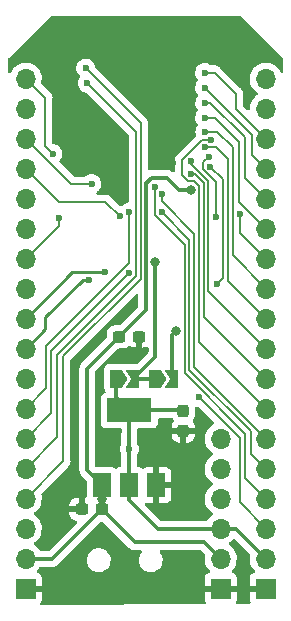
<source format=gbl>
G04 #@! TF.GenerationSoftware,KiCad,Pcbnew,(6.0.2)*
G04 #@! TF.CreationDate,2022-03-28T20:02:01+02:00*
G04 #@! TF.ProjectId,nRF52840,6e524635-3238-4343-902e-6b696361645f,rev?*
G04 #@! TF.SameCoordinates,Original*
G04 #@! TF.FileFunction,Copper,L2,Bot*
G04 #@! TF.FilePolarity,Positive*
%FSLAX46Y46*%
G04 Gerber Fmt 4.6, Leading zero omitted, Abs format (unit mm)*
G04 Created by KiCad (PCBNEW (6.0.2)) date 2022-03-28 20:02:01*
%MOMM*%
%LPD*%
G01*
G04 APERTURE LIST*
G04 Aperture macros list*
%AMRoundRect*
0 Rectangle with rounded corners*
0 $1 Rounding radius*
0 $2 $3 $4 $5 $6 $7 $8 $9 X,Y pos of 4 corners*
0 Add a 4 corners polygon primitive as box body*
4,1,4,$2,$3,$4,$5,$6,$7,$8,$9,$2,$3,0*
0 Add four circle primitives for the rounded corners*
1,1,$1+$1,$2,$3*
1,1,$1+$1,$4,$5*
1,1,$1+$1,$6,$7*
1,1,$1+$1,$8,$9*
0 Add four rect primitives between the rounded corners*
20,1,$1+$1,$2,$3,$4,$5,0*
20,1,$1+$1,$4,$5,$6,$7,0*
20,1,$1+$1,$6,$7,$8,$9,0*
20,1,$1+$1,$8,$9,$2,$3,0*%
%AMFreePoly0*
4,1,6,1.000000,0.000000,0.500000,-0.750000,-0.500000,-0.750000,-0.500000,0.750000,0.500000,0.750000,1.000000,0.000000,1.000000,0.000000,$1*%
%AMFreePoly1*
4,1,6,0.500000,-0.750000,-0.650000,-0.750000,-0.150000,0.000000,-0.650000,0.750000,0.500000,0.750000,0.500000,-0.750000,0.500000,-0.750000,$1*%
G04 Aperture macros list end*
G04 #@! TA.AperFunction,ComponentPad*
%ADD10R,1.700000X1.700000*%
G04 #@! TD*
G04 #@! TA.AperFunction,ComponentPad*
%ADD11O,1.700000X1.700000*%
G04 #@! TD*
G04 #@! TA.AperFunction,SMDPad,CuDef*
%ADD12FreePoly0,0.000000*%
G04 #@! TD*
G04 #@! TA.AperFunction,SMDPad,CuDef*
%ADD13FreePoly1,0.000000*%
G04 #@! TD*
G04 #@! TA.AperFunction,SMDPad,CuDef*
%ADD14RoundRect,0.237500X0.300000X0.237500X-0.300000X0.237500X-0.300000X-0.237500X0.300000X-0.237500X0*%
G04 #@! TD*
G04 #@! TA.AperFunction,SMDPad,CuDef*
%ADD15RoundRect,0.237500X-0.237500X0.300000X-0.237500X-0.300000X0.237500X-0.300000X0.237500X0.300000X0*%
G04 #@! TD*
G04 #@! TA.AperFunction,SMDPad,CuDef*
%ADD16R,1.500000X2.000000*%
G04 #@! TD*
G04 #@! TA.AperFunction,SMDPad,CuDef*
%ADD17R,3.800000X2.000000*%
G04 #@! TD*
G04 #@! TA.AperFunction,SMDPad,CuDef*
%ADD18RoundRect,0.237500X-0.300000X-0.237500X0.300000X-0.237500X0.300000X0.237500X-0.300000X0.237500X0*%
G04 #@! TD*
G04 #@! TA.AperFunction,ViaPad*
%ADD19C,0.600000*%
G04 #@! TD*
G04 #@! TA.AperFunction,ViaPad*
%ADD20C,0.800000*%
G04 #@! TD*
G04 #@! TA.AperFunction,Conductor*
%ADD21C,0.200000*%
G04 #@! TD*
G04 #@! TA.AperFunction,Conductor*
%ADD22C,0.300000*%
G04 #@! TD*
G04 #@! TA.AperFunction,Conductor*
%ADD23C,0.350000*%
G04 #@! TD*
G04 #@! TA.AperFunction,Conductor*
%ADD24C,0.250000*%
G04 #@! TD*
G04 APERTURE END LIST*
D10*
X152400000Y-114808000D03*
D11*
X152400000Y-112268000D03*
X152400000Y-109728000D03*
X152400000Y-107188000D03*
X152400000Y-104648000D03*
X152400000Y-102108000D03*
D10*
X156210000Y-114808000D03*
D11*
X156210000Y-112268000D03*
X156210000Y-109728000D03*
X156210000Y-107188000D03*
X156210000Y-104648000D03*
X156210000Y-102108000D03*
X156210000Y-99568000D03*
X156210000Y-97028000D03*
X156210000Y-94488000D03*
X156210000Y-91948000D03*
X156210000Y-89408000D03*
X156210000Y-86868000D03*
X156210000Y-84328000D03*
X156210000Y-81788000D03*
X156210000Y-79248000D03*
X156210000Y-76708000D03*
X156210000Y-74168000D03*
X156210000Y-71628000D03*
D12*
X146849000Y-97028000D03*
D13*
X148299000Y-97028000D03*
D14*
X142340500Y-108077000D03*
X140615500Y-108077000D03*
D12*
X143547000Y-97028000D03*
D13*
X144997000Y-97028000D03*
D15*
X149225000Y-99721500D03*
X149225000Y-101446500D03*
D10*
X135890000Y-114808000D03*
D11*
X135890000Y-112268000D03*
X135890000Y-109728000D03*
X135890000Y-107188000D03*
X135890000Y-104648000D03*
X135890000Y-102108000D03*
X135890000Y-99568000D03*
X135890000Y-97028000D03*
X135890000Y-94488000D03*
X135890000Y-91948000D03*
X135890000Y-89408000D03*
X135890000Y-86868000D03*
X135890000Y-84328000D03*
X135890000Y-81788000D03*
X135890000Y-79248000D03*
X135890000Y-76708000D03*
X135890000Y-74168000D03*
X135890000Y-71628000D03*
D16*
X146953000Y-106020000D03*
X144653000Y-106020000D03*
D17*
X144653000Y-99720000D03*
D16*
X142353000Y-106020000D03*
D18*
X143790500Y-93472000D03*
X145515500Y-93472000D03*
D19*
X148336000Y-78740000D03*
X147828000Y-79121000D03*
D20*
X149860000Y-81026000D03*
X142367000Y-107188000D03*
D19*
X141224000Y-75057000D03*
X143764000Y-70231000D03*
X145288000Y-70231000D03*
X142875000Y-104140000D03*
X148844000Y-70231000D03*
X139446000Y-108102400D03*
X147370800Y-108077000D03*
X150876000Y-102743000D03*
X143764000Y-101473000D03*
X142240000Y-70231000D03*
X138049000Y-115697000D03*
X150495000Y-114681000D03*
X146050000Y-94615000D03*
X142240000Y-96901000D03*
X146558000Y-104267000D03*
X147955000Y-101473000D03*
X145034000Y-90551000D03*
X145034000Y-94615000D03*
X138049000Y-114808000D03*
X141224000Y-75819000D03*
X147066000Y-70231000D03*
X147320000Y-104267000D03*
X150495000Y-115697000D03*
X144653000Y-102997000D03*
D20*
X148652500Y-92964000D03*
X146860667Y-87122000D03*
D19*
X142621000Y-88011000D03*
X141224000Y-88635500D03*
X151526139Y-79064683D03*
X152054500Y-89027000D03*
X151998941Y-83312000D03*
X151399502Y-78232000D03*
X143856290Y-83287500D03*
X144610089Y-88095089D03*
X150558508Y-98615492D03*
X138684000Y-83413600D03*
X138180299Y-77973701D03*
X146812000Y-80772000D03*
X141097000Y-72009000D03*
X140970000Y-70739000D03*
X151545386Y-76798036D03*
X153996991Y-83058000D03*
X144612616Y-82938498D03*
X141478000Y-80518000D03*
X147442922Y-82938791D03*
X147411500Y-81388498D03*
X149898164Y-79697374D03*
X149869061Y-78623569D03*
X151059609Y-77433036D03*
X151059609Y-76163036D03*
X151055194Y-74919670D03*
X151053013Y-73667936D03*
X151055194Y-72379670D03*
X151055194Y-71109670D03*
D21*
X138684000Y-84074000D02*
X138684000Y-83413600D01*
D22*
X146558000Y-80010000D02*
X147828000Y-80010000D01*
D23*
X151003000Y-110871000D02*
X145134500Y-110871000D01*
X142367000Y-106034000D02*
X142353000Y-106020000D01*
D22*
X148844000Y-81026000D02*
X149860000Y-81026000D01*
X141097000Y-104775000D02*
X141097000Y-97155000D01*
X141097000Y-97155000D02*
X141097000Y-96393000D01*
D23*
X145134500Y-110871000D02*
X142340500Y-108077000D01*
D22*
X146086167Y-80481833D02*
X146558000Y-80010000D01*
X141097000Y-96165500D02*
X142647500Y-94615000D01*
D23*
X142367000Y-107188000D02*
X142367000Y-108050500D01*
X152400000Y-112268000D02*
X151003000Y-110871000D01*
X138149500Y-112268000D02*
X135890000Y-112268000D01*
D22*
X147828000Y-80010000D02*
X148844000Y-81026000D01*
X142647500Y-94615000D02*
X146086167Y-91176333D01*
X142353000Y-106020000D02*
X142342000Y-106020000D01*
X141097000Y-97155000D02*
X141097000Y-96165500D01*
D23*
X142367000Y-107188000D02*
X142367000Y-106034000D01*
D22*
X146086167Y-91176333D02*
X146086167Y-80481833D01*
D23*
X142340500Y-108077000D02*
X138149500Y-112268000D01*
D22*
X142342000Y-106020000D02*
X141097000Y-104775000D01*
X149223500Y-99720000D02*
X149225000Y-99721500D01*
X144653000Y-99720000D02*
X143547000Y-98614000D01*
X144653000Y-106020000D02*
X144653000Y-107320000D01*
X144653000Y-102997000D02*
X144653000Y-99720000D01*
X153670000Y-109728000D02*
X152400000Y-109728000D01*
X143547000Y-98614000D02*
X143547000Y-97028000D01*
X144653000Y-99720000D02*
X149223500Y-99720000D01*
X144653000Y-106020000D02*
X144653000Y-102997000D01*
X144653000Y-107320000D02*
X147061000Y-109728000D01*
X156210000Y-112268000D02*
X153670000Y-109728000D01*
X147061000Y-109728000D02*
X152400000Y-109728000D01*
X148652500Y-92964000D02*
X148299000Y-93317500D01*
X148299000Y-93317500D02*
X148299000Y-97028000D01*
X146860667Y-87122000D02*
X146860667Y-95164333D01*
X144997000Y-97028000D02*
X146595000Y-97028000D01*
X146860667Y-95164333D02*
X144997000Y-97028000D01*
D24*
X142621000Y-88011000D02*
X139827000Y-88011000D01*
X139827000Y-88011000D02*
X135890000Y-91948000D01*
X137541000Y-91821000D02*
X137541000Y-92837000D01*
X140726500Y-88635500D02*
X137541000Y-91821000D01*
X141224000Y-88635500D02*
X140726500Y-88635500D01*
X137541000Y-92837000D02*
X135890000Y-94488000D01*
D21*
X152598441Y-88483059D02*
X152054500Y-89027000D01*
X152598441Y-88356059D02*
X152598441Y-80136985D01*
X152598441Y-88356059D02*
X152598441Y-88483059D01*
X152598441Y-80136985D02*
X151526139Y-79064683D01*
X150926628Y-78704874D02*
X150926628Y-79313010D01*
X151399502Y-78232000D02*
X150926628Y-78704874D01*
X150926628Y-79313010D02*
X151998941Y-80385323D01*
X151998941Y-80385323D02*
X151998941Y-83312000D01*
X138684000Y-82042000D02*
X135890000Y-79248000D01*
X143856290Y-83287500D02*
X142610790Y-82042000D01*
X142610790Y-82042000D02*
X138684000Y-82042000D01*
X144610089Y-88095089D02*
X138049000Y-94656178D01*
X138049000Y-94656178D02*
X138049000Y-99949000D01*
X138049000Y-99949000D02*
X135890000Y-102108000D01*
X156210000Y-109728000D02*
X153987500Y-107505500D01*
X153987500Y-102044484D02*
X153987500Y-102552500D01*
X153987500Y-107505500D02*
X153987500Y-106362500D01*
X153987500Y-106362500D02*
X153987500Y-102552500D01*
X150558508Y-98615492D02*
X153987500Y-102044484D01*
X138684000Y-84074000D02*
X135890000Y-86868000D01*
X138180299Y-77973701D02*
X137541000Y-77334402D01*
X137541000Y-77334402D02*
X137541000Y-73279000D01*
X137541000Y-73279000D02*
X135890000Y-71628000D01*
X149352000Y-96561162D02*
X149352000Y-85725000D01*
X146812000Y-83185000D02*
X146812000Y-80772000D01*
X154474919Y-105452919D02*
X154474919Y-101684081D01*
X149352000Y-85725000D02*
X146812000Y-83185000D01*
X154474919Y-101684081D02*
X149352000Y-96561162D01*
X156210000Y-107188000D02*
X154474919Y-105452919D01*
X141097000Y-72009000D02*
X145212127Y-76124127D01*
X145212127Y-88340873D02*
X138557000Y-94996000D01*
X138557000Y-101981000D02*
X135890000Y-104648000D01*
X138557000Y-94996000D02*
X138557000Y-101981000D01*
X145212127Y-76124127D02*
X145212127Y-88340873D01*
X135890000Y-107188000D02*
X139065000Y-104013000D01*
X139065000Y-95123000D02*
X145611647Y-88576353D01*
X145611647Y-88576353D02*
X145611647Y-75380647D01*
X145611647Y-75380647D02*
X140970000Y-70739000D01*
X139065000Y-104013000D02*
X139065000Y-95123000D01*
X149098000Y-79745048D02*
X149649837Y-80296885D01*
X150559511Y-80736252D02*
X150559511Y-93917511D01*
X151545386Y-76798036D02*
X150846771Y-76798036D01*
X150559511Y-93917511D02*
X156210000Y-99568000D01*
X150120144Y-80296885D02*
X150559511Y-80736252D01*
X149098000Y-78546808D02*
X149098000Y-79745048D01*
X150846771Y-76798036D02*
X149098000Y-78546808D01*
X149649837Y-80296885D02*
X150120144Y-80296885D01*
X153996980Y-84654980D02*
X156210000Y-86868000D01*
X153996991Y-83058000D02*
X153996991Y-84654969D01*
X153996991Y-84654969D02*
X153996980Y-84654980D01*
X137604500Y-94252840D02*
X137604500Y-97853500D01*
X137604500Y-97853500D02*
X135890000Y-99568000D01*
X144612616Y-82938498D02*
X144612616Y-87244724D01*
X144612616Y-87244724D02*
X137604500Y-94252840D01*
X141478000Y-80518000D02*
X139700000Y-80518000D01*
X139700000Y-80518000D02*
X135890000Y-76708000D01*
X147442922Y-82938791D02*
X149751520Y-85247390D01*
X149751519Y-96284519D02*
X154940000Y-101473000D01*
X154940000Y-103378000D02*
X156210000Y-104648000D01*
X154940000Y-101473000D02*
X154940000Y-103378000D01*
X149751519Y-85247390D02*
X149751520Y-96284519D01*
X156210000Y-102108000D02*
X150151039Y-96049039D01*
X150151039Y-96049039D02*
X150151039Y-84746039D01*
X150151039Y-84746039D02*
X147411500Y-82006500D01*
X147411500Y-82006500D02*
X147411500Y-81388498D01*
X150180980Y-79697374D02*
X150959031Y-80475425D01*
X149898164Y-79697374D02*
X150180980Y-79697374D01*
X150959031Y-91777031D02*
X150959031Y-80475425D01*
X156210000Y-97028000D02*
X150959031Y-91777031D01*
X149869061Y-78820449D02*
X151358551Y-80309939D01*
X156210000Y-94488000D02*
X151358551Y-89636551D01*
X151358551Y-89636551D02*
X151358551Y-80309939D01*
X149869061Y-78623569D02*
X149869061Y-78820449D01*
X151982036Y-77433036D02*
X151059609Y-77433036D01*
X152997961Y-78448961D02*
X151982036Y-77433036D01*
X156210000Y-91948000D02*
X152997961Y-88735961D01*
X152997961Y-88735961D02*
X152997961Y-78448961D01*
X152109036Y-76163036D02*
X153397480Y-77451480D01*
X153397480Y-86595480D02*
X156210000Y-89408000D01*
X151059609Y-76163036D02*
X152109036Y-76163036D01*
X153397480Y-77451480D02*
X153397480Y-86595480D01*
X153924000Y-76962000D02*
X151881670Y-74919670D01*
X156210000Y-84328000D02*
X153924000Y-82042000D01*
X153924000Y-82042000D02*
X153924000Y-76962000D01*
X151881670Y-74919670D02*
X151055194Y-74919670D01*
X151053013Y-73667936D02*
X151527550Y-73667936D01*
X154432000Y-76572386D02*
X154432000Y-80010000D01*
X154432000Y-80010000D02*
X156210000Y-81788000D01*
X151527550Y-73667936D02*
X154432000Y-76572386D01*
X151055194Y-72379670D02*
X155035489Y-76359965D01*
X155035489Y-76359965D02*
X155035489Y-78073489D01*
X155035489Y-78073489D02*
X156210000Y-79248000D01*
X151881670Y-71109670D02*
X153670000Y-72898000D01*
X153670000Y-72898000D02*
X153670000Y-74168000D01*
X153670000Y-74168000D02*
X156210000Y-76708000D01*
X151055194Y-71109670D02*
X151881670Y-71109670D01*
G04 #@! TA.AperFunction,Conductor*
G36*
X142384532Y-109103749D02*
G01*
X142429595Y-109132710D01*
X144631344Y-111334459D01*
X144637198Y-111340724D01*
X144673790Y-111382670D01*
X144724155Y-111418066D01*
X144729420Y-111421978D01*
X144777828Y-111459935D01*
X144784752Y-111463061D01*
X144789061Y-111465671D01*
X144798476Y-111471042D01*
X144802924Y-111473427D01*
X144809139Y-111477795D01*
X144816216Y-111480554D01*
X144866457Y-111500142D01*
X144872529Y-111502694D01*
X144928605Y-111528014D01*
X144936082Y-111529400D01*
X144940902Y-111530910D01*
X144951318Y-111533878D01*
X144956198Y-111535131D01*
X144963272Y-111537889D01*
X144970803Y-111538881D01*
X144970805Y-111538881D01*
X145024277Y-111545921D01*
X145030790Y-111546953D01*
X145083799Y-111556777D01*
X145083801Y-111556777D01*
X145091268Y-111558161D01*
X145098849Y-111557724D01*
X145098850Y-111557724D01*
X145151143Y-111554709D01*
X145158395Y-111554500D01*
X145590634Y-111554500D01*
X145658755Y-111574502D01*
X145705248Y-111628158D01*
X145715352Y-111698432D01*
X145687719Y-111760815D01*
X145635799Y-111823575D01*
X145635797Y-111823579D01*
X145631870Y-111828325D01*
X145537802Y-112002299D01*
X145479318Y-112191232D01*
X145478674Y-112197357D01*
X145478674Y-112197358D01*
X145464251Y-112334590D01*
X145458645Y-112387925D01*
X145476570Y-112584888D01*
X145532410Y-112774619D01*
X145535263Y-112780077D01*
X145535265Y-112780081D01*
X145574963Y-112856015D01*
X145624040Y-112949890D01*
X145747968Y-113104025D01*
X145752692Y-113107989D01*
X145759933Y-113114065D01*
X145899474Y-113231154D01*
X145904872Y-113234121D01*
X145904877Y-113234125D01*
X145997049Y-113284796D01*
X146072787Y-113326433D01*
X146078654Y-113328294D01*
X146078656Y-113328295D01*
X146255436Y-113384373D01*
X146261306Y-113386235D01*
X146415227Y-113403500D01*
X146521769Y-113403500D01*
X146524825Y-113403200D01*
X146524832Y-113403200D01*
X146583340Y-113397463D01*
X146668833Y-113389080D01*
X146674734Y-113387298D01*
X146674736Y-113387298D01*
X146784543Y-113354145D01*
X146858169Y-113331916D01*
X147032796Y-113239066D01*
X147145322Y-113147292D01*
X147181287Y-113117960D01*
X147181290Y-113117957D01*
X147186062Y-113114065D01*
X147219961Y-113073088D01*
X147308201Y-112966425D01*
X147308203Y-112966421D01*
X147312130Y-112961675D01*
X147406198Y-112787701D01*
X147464682Y-112598768D01*
X147485355Y-112402075D01*
X147477847Y-112319576D01*
X147467989Y-112211251D01*
X147467988Y-112211248D01*
X147467430Y-112205112D01*
X147411590Y-112015381D01*
X147401919Y-111996881D01*
X147322813Y-111845568D01*
X147319960Y-111840110D01*
X147255109Y-111759452D01*
X147228012Y-111693830D01*
X147240695Y-111623975D01*
X147289131Y-111572067D01*
X147353305Y-111554500D01*
X150667695Y-111554500D01*
X150735816Y-111574502D01*
X150756790Y-111591405D01*
X151034425Y-111869040D01*
X151068451Y-111931352D01*
X151066748Y-111991803D01*
X151060989Y-112012570D01*
X151037251Y-112234695D01*
X151037548Y-112239848D01*
X151037548Y-112239851D01*
X151043011Y-112334590D01*
X151050110Y-112457715D01*
X151051247Y-112462761D01*
X151051248Y-112462767D01*
X151071119Y-112550939D01*
X151099222Y-112675639D01*
X151141110Y-112778797D01*
X151176631Y-112866275D01*
X151183266Y-112882616D01*
X151299987Y-113073088D01*
X151446250Y-113241938D01*
X151450225Y-113245238D01*
X151450231Y-113245244D01*
X151455425Y-113249556D01*
X151495059Y-113308460D01*
X151496555Y-113379441D01*
X151459439Y-113439962D01*
X151419168Y-113464480D01*
X151311946Y-113504676D01*
X151296351Y-113513214D01*
X151194276Y-113589715D01*
X151181715Y-113602276D01*
X151105214Y-113704351D01*
X151096676Y-113719946D01*
X151051522Y-113840394D01*
X151047895Y-113855649D01*
X151042369Y-113906514D01*
X151042000Y-113913328D01*
X151042000Y-114535885D01*
X151046475Y-114551124D01*
X151047865Y-114552329D01*
X151055548Y-114554000D01*
X153739884Y-114554000D01*
X153755123Y-114549525D01*
X153756328Y-114548135D01*
X153757999Y-114540452D01*
X153757999Y-113913331D01*
X153757629Y-113906510D01*
X153752105Y-113855648D01*
X153748479Y-113840396D01*
X153703324Y-113719946D01*
X153694786Y-113704351D01*
X153618285Y-113602276D01*
X153605724Y-113589715D01*
X153503649Y-113513214D01*
X153488054Y-113504676D01*
X153377813Y-113463348D01*
X153321049Y-113420706D01*
X153296349Y-113354145D01*
X153311557Y-113284796D01*
X153333104Y-113256115D01*
X153434430Y-113155144D01*
X153434440Y-113155132D01*
X153438096Y-113151489D01*
X153497594Y-113068689D01*
X153565435Y-112974277D01*
X153568453Y-112970077D01*
X153577635Y-112951500D01*
X153665136Y-112774453D01*
X153665137Y-112774451D01*
X153667430Y-112769811D01*
X153721258Y-112592642D01*
X153730865Y-112561023D01*
X153730865Y-112561021D01*
X153732370Y-112556069D01*
X153761529Y-112334590D01*
X153763156Y-112268000D01*
X153744852Y-112045361D01*
X153690431Y-111828702D01*
X153601354Y-111623840D01*
X153538667Y-111526940D01*
X153482822Y-111440617D01*
X153482820Y-111440614D01*
X153480014Y-111436277D01*
X153329670Y-111271051D01*
X153325619Y-111267852D01*
X153325615Y-111267848D01*
X153158414Y-111135800D01*
X153158410Y-111135798D01*
X153154359Y-111132598D01*
X153113053Y-111109796D01*
X153063084Y-111059364D01*
X153048312Y-110989921D01*
X153073428Y-110923516D01*
X153100780Y-110896909D01*
X153144603Y-110865650D01*
X153279860Y-110769173D01*
X153347331Y-110701938D01*
X153438096Y-110611489D01*
X153439001Y-110612397D01*
X153493324Y-110576790D01*
X153564318Y-110576150D01*
X153619006Y-110608266D01*
X154852101Y-111841361D01*
X154886127Y-111903673D01*
X154884424Y-111964125D01*
X154870989Y-112012570D01*
X154847251Y-112234695D01*
X154847548Y-112239848D01*
X154847548Y-112239851D01*
X154853011Y-112334590D01*
X154860110Y-112457715D01*
X154861247Y-112462761D01*
X154861248Y-112462767D01*
X154881119Y-112550939D01*
X154909222Y-112675639D01*
X154951110Y-112778797D01*
X154986631Y-112866275D01*
X154993266Y-112882616D01*
X155109987Y-113073088D01*
X155256250Y-113241938D01*
X155260225Y-113245238D01*
X155260231Y-113245244D01*
X155265425Y-113249556D01*
X155305059Y-113308460D01*
X155306555Y-113379441D01*
X155269439Y-113439962D01*
X155229168Y-113464480D01*
X155121946Y-113504676D01*
X155106351Y-113513214D01*
X155004276Y-113589715D01*
X154991715Y-113602276D01*
X154915214Y-113704351D01*
X154906676Y-113719946D01*
X154861522Y-113840394D01*
X154857895Y-113855649D01*
X154852369Y-113906514D01*
X154852000Y-113913328D01*
X154852000Y-114535885D01*
X154856475Y-114551124D01*
X154857865Y-114552329D01*
X154865548Y-114554000D01*
X156338000Y-114554000D01*
X156406121Y-114574002D01*
X156452614Y-114627658D01*
X156464000Y-114680000D01*
X156464000Y-114936000D01*
X156443998Y-115004121D01*
X156390342Y-115050614D01*
X156338000Y-115062000D01*
X154870116Y-115062000D01*
X154854877Y-115066475D01*
X154853672Y-115067865D01*
X154852001Y-115075548D01*
X154852001Y-115702669D01*
X154852371Y-115709490D01*
X154857895Y-115760352D01*
X154861521Y-115775604D01*
X154906678Y-115896059D01*
X154912319Y-115906363D01*
X154927487Y-115975720D01*
X154902749Y-116042268D01*
X154845961Y-116084877D01*
X154802501Y-116092867D01*
X154047454Y-116097062D01*
X153805870Y-116098404D01*
X153737639Y-116078781D01*
X153690849Y-116025384D01*
X153680355Y-115955167D01*
X153694651Y-115911894D01*
X153703325Y-115896053D01*
X153748478Y-115775606D01*
X153752105Y-115760351D01*
X153757631Y-115709486D01*
X153758000Y-115702672D01*
X153758000Y-115080115D01*
X153753525Y-115064876D01*
X153752135Y-115063671D01*
X153744452Y-115062000D01*
X151060116Y-115062000D01*
X151044877Y-115066475D01*
X151043672Y-115067865D01*
X151042001Y-115075548D01*
X151042001Y-115702669D01*
X151042371Y-115709490D01*
X151047895Y-115760352D01*
X151051521Y-115775604D01*
X151096676Y-115896054D01*
X151105215Y-115911650D01*
X151105774Y-115912396D01*
X151106098Y-115913263D01*
X151109522Y-115919517D01*
X151108619Y-115920011D01*
X151130624Y-115978901D01*
X151115573Y-116048284D01*
X151065399Y-116098516D01*
X151005651Y-116113961D01*
X137228386Y-116190501D01*
X137160156Y-116170878D01*
X137113366Y-116117481D01*
X137102872Y-116047264D01*
X137126861Y-115988938D01*
X137184786Y-115911649D01*
X137193324Y-115896054D01*
X137238478Y-115775606D01*
X137242105Y-115760351D01*
X137247631Y-115709486D01*
X137248000Y-115702672D01*
X137248000Y-115080115D01*
X137243525Y-115064876D01*
X137242135Y-115063671D01*
X137234452Y-115062000D01*
X135762000Y-115062000D01*
X135693879Y-115041998D01*
X135647386Y-114988342D01*
X135636000Y-114936000D01*
X135636000Y-114680000D01*
X135656002Y-114611879D01*
X135709658Y-114565386D01*
X135762000Y-114554000D01*
X137229884Y-114554000D01*
X137245123Y-114549525D01*
X137246328Y-114548135D01*
X137247999Y-114540452D01*
X137247999Y-113913331D01*
X137247629Y-113906510D01*
X137242105Y-113855648D01*
X137238479Y-113840396D01*
X137193324Y-113719946D01*
X137184786Y-113704351D01*
X137108285Y-113602276D01*
X137095724Y-113589715D01*
X136993649Y-113513214D01*
X136978054Y-113504676D01*
X136867813Y-113463348D01*
X136811049Y-113420706D01*
X136786349Y-113354145D01*
X136801557Y-113284796D01*
X136823104Y-113256115D01*
X136924430Y-113155144D01*
X136924440Y-113155132D01*
X136928096Y-113151489D01*
X136984433Y-113073088D01*
X137034096Y-113003974D01*
X137090091Y-112960326D01*
X137136419Y-112951500D01*
X138121455Y-112951500D01*
X138130024Y-112951792D01*
X138177958Y-112955060D01*
X138177962Y-112955060D01*
X138185534Y-112955576D01*
X138193011Y-112954271D01*
X138193014Y-112954271D01*
X138246147Y-112944998D01*
X138252671Y-112944035D01*
X138306191Y-112937558D01*
X138313735Y-112936645D01*
X138320845Y-112933958D01*
X138325748Y-112932754D01*
X138336234Y-112929886D01*
X138341026Y-112928439D01*
X138348504Y-112927134D01*
X138355457Y-112924082D01*
X138404841Y-112902405D01*
X138410946Y-112899914D01*
X138461382Y-112880855D01*
X138461385Y-112880853D01*
X138468489Y-112878169D01*
X138474746Y-112873869D01*
X138479214Y-112871533D01*
X138488660Y-112866275D01*
X138493026Y-112863693D01*
X138499985Y-112860638D01*
X138548804Y-112823177D01*
X138554123Y-112819314D01*
X138598565Y-112788769D01*
X138604826Y-112784466D01*
X138644733Y-112739676D01*
X138649713Y-112734402D01*
X138996190Y-112387925D01*
X141058645Y-112387925D01*
X141076570Y-112584888D01*
X141132410Y-112774619D01*
X141135263Y-112780077D01*
X141135265Y-112780081D01*
X141174963Y-112856015D01*
X141224040Y-112949890D01*
X141347968Y-113104025D01*
X141352692Y-113107989D01*
X141359933Y-113114065D01*
X141499474Y-113231154D01*
X141504872Y-113234121D01*
X141504877Y-113234125D01*
X141597049Y-113284796D01*
X141672787Y-113326433D01*
X141678654Y-113328294D01*
X141678656Y-113328295D01*
X141855436Y-113384373D01*
X141861306Y-113386235D01*
X142015227Y-113403500D01*
X142121769Y-113403500D01*
X142124825Y-113403200D01*
X142124832Y-113403200D01*
X142183340Y-113397463D01*
X142268833Y-113389080D01*
X142274734Y-113387298D01*
X142274736Y-113387298D01*
X142384543Y-113354145D01*
X142458169Y-113331916D01*
X142632796Y-113239066D01*
X142745322Y-113147292D01*
X142781287Y-113117960D01*
X142781290Y-113117957D01*
X142786062Y-113114065D01*
X142819961Y-113073088D01*
X142908201Y-112966425D01*
X142908203Y-112966421D01*
X142912130Y-112961675D01*
X143006198Y-112787701D01*
X143064682Y-112598768D01*
X143085355Y-112402075D01*
X143077847Y-112319576D01*
X143067989Y-112211251D01*
X143067988Y-112211248D01*
X143067430Y-112205112D01*
X143011590Y-112015381D01*
X143001919Y-111996881D01*
X142922813Y-111845568D01*
X142919960Y-111840110D01*
X142796032Y-111685975D01*
X142789727Y-111680684D01*
X142727643Y-111628590D01*
X142644526Y-111558846D01*
X142639128Y-111555879D01*
X142639123Y-111555875D01*
X142476608Y-111466533D01*
X142476609Y-111466533D01*
X142471213Y-111463567D01*
X142465346Y-111461706D01*
X142465344Y-111461705D01*
X142288564Y-111405627D01*
X142288563Y-111405627D01*
X142282694Y-111403765D01*
X142128773Y-111386500D01*
X142022231Y-111386500D01*
X142019175Y-111386800D01*
X142019168Y-111386800D01*
X141960660Y-111392537D01*
X141875167Y-111400920D01*
X141869266Y-111402702D01*
X141869264Y-111402702D01*
X141818446Y-111418045D01*
X141685831Y-111458084D01*
X141511204Y-111550934D01*
X141451810Y-111599375D01*
X141362713Y-111672040D01*
X141362710Y-111672043D01*
X141357938Y-111675935D01*
X141354011Y-111680682D01*
X141354009Y-111680684D01*
X141235799Y-111823575D01*
X141235797Y-111823579D01*
X141231870Y-111828325D01*
X141137802Y-112002299D01*
X141079318Y-112191232D01*
X141078674Y-112197357D01*
X141078674Y-112197358D01*
X141064251Y-112334590D01*
X141058645Y-112387925D01*
X138996190Y-112387925D01*
X142251405Y-109132710D01*
X142313717Y-109098684D01*
X142384532Y-109103749D01*
G37*
G04 #@! TD.AperFunction*
G04 #@! TA.AperFunction,Conductor*
G36*
X145345699Y-89807016D02*
G01*
X145402535Y-89849563D01*
X145427346Y-89916083D01*
X145427667Y-89925072D01*
X145427667Y-90851383D01*
X145407665Y-90919504D01*
X145390762Y-90940478D01*
X143879645Y-92451595D01*
X143817333Y-92485621D01*
X143790550Y-92488500D01*
X143440928Y-92488500D01*
X143437682Y-92488837D01*
X143437678Y-92488837D01*
X143343765Y-92498581D01*
X143343761Y-92498582D01*
X143336907Y-92499293D01*
X143330371Y-92501474D01*
X143330369Y-92501474D01*
X143255639Y-92526406D01*
X143171893Y-92554346D01*
X143023969Y-92645884D01*
X143018796Y-92651066D01*
X142906242Y-92763816D01*
X142906238Y-92763821D01*
X142901071Y-92768997D01*
X142897231Y-92775227D01*
X142897230Y-92775228D01*
X142860302Y-92835137D01*
X142809791Y-92917080D01*
X142755026Y-93082191D01*
X142744500Y-93184928D01*
X142744500Y-93534550D01*
X142724498Y-93602671D01*
X142707595Y-93623645D01*
X140689395Y-95641845D01*
X140680615Y-95649835D01*
X140680613Y-95649837D01*
X140673920Y-95654084D01*
X140668494Y-95659862D01*
X140668493Y-95659863D01*
X140625396Y-95705757D01*
X140622641Y-95708599D01*
X140602073Y-95729167D01*
X140599356Y-95732670D01*
X140591648Y-95741695D01*
X140560028Y-95775367D01*
X140556207Y-95782318D01*
X140556206Y-95782319D01*
X140549697Y-95794158D01*
X140538843Y-95810682D01*
X140532109Y-95819364D01*
X140525696Y-95827632D01*
X140522549Y-95834904D01*
X140522548Y-95834906D01*
X140507346Y-95870035D01*
X140502124Y-95880695D01*
X140479876Y-95921163D01*
X140474541Y-95941941D01*
X140468142Y-95960631D01*
X140459620Y-95980324D01*
X140458380Y-95988155D01*
X140452394Y-96025948D01*
X140449987Y-96037571D01*
X140438500Y-96082312D01*
X140438500Y-96103759D01*
X140436949Y-96123469D01*
X140433594Y-96144652D01*
X140434340Y-96152543D01*
X140437941Y-96190638D01*
X140438500Y-96202496D01*
X140438500Y-104692944D01*
X140437941Y-104704800D01*
X140436212Y-104712537D01*
X140436461Y-104720459D01*
X140438438Y-104783369D01*
X140438500Y-104787327D01*
X140438500Y-104816432D01*
X140439056Y-104820832D01*
X140439988Y-104832664D01*
X140441438Y-104878831D01*
X140443650Y-104886444D01*
X140443650Y-104886445D01*
X140447419Y-104899416D01*
X140451430Y-104918782D01*
X140454118Y-104940064D01*
X140457034Y-104947429D01*
X140457035Y-104947433D01*
X140471126Y-104983021D01*
X140474965Y-104994231D01*
X140487855Y-105038600D01*
X140498775Y-105057065D01*
X140507466Y-105074805D01*
X140515365Y-105094756D01*
X140521169Y-105102744D01*
X140542516Y-105132126D01*
X140549033Y-105142048D01*
X140568507Y-105174977D01*
X140568510Y-105174981D01*
X140572547Y-105181807D01*
X140587711Y-105196971D01*
X140600551Y-105212004D01*
X140613159Y-105229357D01*
X140647576Y-105257829D01*
X140648752Y-105258802D01*
X140657532Y-105266792D01*
X141057595Y-105666855D01*
X141091621Y-105729167D01*
X141094500Y-105755950D01*
X141094500Y-106968177D01*
X141074498Y-107036298D01*
X141020842Y-107082791D01*
X140965032Y-107093449D01*
X140965032Y-107094000D01*
X140962146Y-107094000D01*
X140962078Y-107094013D01*
X140961823Y-107094000D01*
X140887615Y-107094000D01*
X140872376Y-107098475D01*
X140871171Y-107099865D01*
X140869500Y-107107548D01*
X140869500Y-108205000D01*
X140849498Y-108273121D01*
X140795842Y-108319614D01*
X140743500Y-108331000D01*
X139588115Y-108331000D01*
X139572876Y-108335475D01*
X139571671Y-108336865D01*
X139570000Y-108344548D01*
X139570000Y-108360766D01*
X139570337Y-108367282D01*
X139580075Y-108461132D01*
X139582968Y-108474528D01*
X139633488Y-108625953D01*
X139639653Y-108639115D01*
X139723426Y-108774492D01*
X139732460Y-108785890D01*
X139845129Y-108898363D01*
X139856540Y-108907375D01*
X139992063Y-108990912D01*
X140005238Y-108997055D01*
X140148272Y-109044498D01*
X140206631Y-109084929D01*
X140233868Y-109150493D01*
X140221334Y-109220375D01*
X140197699Y-109253186D01*
X137903290Y-111547595D01*
X137840978Y-111581621D01*
X137814195Y-111584500D01*
X137134459Y-111584500D01*
X137066338Y-111564498D01*
X137028667Y-111526940D01*
X136972822Y-111440617D01*
X136972820Y-111440614D01*
X136970014Y-111436277D01*
X136819670Y-111271051D01*
X136815619Y-111267852D01*
X136815615Y-111267848D01*
X136648414Y-111135800D01*
X136648410Y-111135798D01*
X136644359Y-111132598D01*
X136603053Y-111109796D01*
X136553084Y-111059364D01*
X136538312Y-110989921D01*
X136563428Y-110923516D01*
X136590780Y-110896909D01*
X136634603Y-110865650D01*
X136769860Y-110769173D01*
X136928096Y-110611489D01*
X136987594Y-110528689D01*
X137055435Y-110434277D01*
X137058453Y-110430077D01*
X137157430Y-110229811D01*
X137222370Y-110016069D01*
X137251529Y-109794590D01*
X137253156Y-109728000D01*
X137234852Y-109505361D01*
X137180431Y-109288702D01*
X137091354Y-109083840D01*
X136970014Y-108896277D01*
X136819670Y-108731051D01*
X136815619Y-108727852D01*
X136815615Y-108727848D01*
X136648414Y-108595800D01*
X136648410Y-108595798D01*
X136644359Y-108592598D01*
X136603053Y-108569796D01*
X136553084Y-108519364D01*
X136538312Y-108449921D01*
X136563428Y-108383516D01*
X136590780Y-108356909D01*
X136643066Y-108319614D01*
X136769860Y-108229173D01*
X136928096Y-108071489D01*
X136959294Y-108028073D01*
X137055435Y-107894277D01*
X137058453Y-107890077D01*
X137091605Y-107823000D01*
X137100558Y-107804885D01*
X139570000Y-107804885D01*
X139574475Y-107820124D01*
X139575865Y-107821329D01*
X139583548Y-107823000D01*
X140343385Y-107823000D01*
X140358624Y-107818525D01*
X140359829Y-107817135D01*
X140361500Y-107809452D01*
X140361500Y-107112115D01*
X140357025Y-107096876D01*
X140355635Y-107095671D01*
X140347952Y-107094000D01*
X140269234Y-107094000D01*
X140262718Y-107094337D01*
X140168868Y-107104075D01*
X140155472Y-107106968D01*
X140004047Y-107157488D01*
X139990885Y-107163653D01*
X139855508Y-107247426D01*
X139844110Y-107256460D01*
X139731637Y-107369129D01*
X139722625Y-107380540D01*
X139639088Y-107516063D01*
X139632944Y-107529241D01*
X139582685Y-107680766D01*
X139579819Y-107694132D01*
X139570328Y-107786770D01*
X139570000Y-107793185D01*
X139570000Y-107804885D01*
X137100558Y-107804885D01*
X137155136Y-107694453D01*
X137155137Y-107694451D01*
X137157430Y-107689811D01*
X137222370Y-107476069D01*
X137251529Y-107254590D01*
X137252832Y-107201261D01*
X137253074Y-107191365D01*
X137253074Y-107191361D01*
X137253156Y-107188000D01*
X137234852Y-106965361D01*
X137199723Y-106825508D01*
X137202527Y-106754567D01*
X137232832Y-106705717D01*
X139461234Y-104477315D01*
X139473625Y-104466448D01*
X139492437Y-104452013D01*
X139498987Y-104446987D01*
X139523474Y-104415075D01*
X139523480Y-104415069D01*
X139591496Y-104326429D01*
X139591497Y-104326427D01*
X139596524Y-104319876D01*
X139657838Y-104171851D01*
X139662344Y-104137620D01*
X139673500Y-104052885D01*
X139673500Y-104052880D01*
X139678750Y-104013000D01*
X139674578Y-103981307D01*
X139673500Y-103964864D01*
X139673500Y-95427239D01*
X139693502Y-95359118D01*
X139710405Y-95338144D01*
X145212572Y-89835977D01*
X145274884Y-89801951D01*
X145345699Y-89807016D01*
G37*
G04 #@! TD.AperFunction*
G04 #@! TA.AperFunction,Conductor*
G36*
X150358074Y-99403601D02*
G01*
X150361676Y-99404940D01*
X150368657Y-99405871D01*
X150368659Y-99405872D01*
X150416747Y-99412288D01*
X150464494Y-99418659D01*
X150529370Y-99447495D01*
X150536924Y-99454457D01*
X151791065Y-100708598D01*
X151825091Y-100770910D01*
X151820026Y-100841725D01*
X151777479Y-100898561D01*
X151760164Y-100909448D01*
X151673607Y-100954507D01*
X151669474Y-100957610D01*
X151669471Y-100957612D01*
X151499100Y-101085530D01*
X151494965Y-101088635D01*
X151340629Y-101250138D01*
X151214743Y-101434680D01*
X151199003Y-101468590D01*
X151122907Y-101632525D01*
X151120688Y-101637305D01*
X151060989Y-101852570D01*
X151037251Y-102074695D01*
X151037548Y-102079848D01*
X151037548Y-102079851D01*
X151049812Y-102292547D01*
X151050110Y-102297715D01*
X151051247Y-102302761D01*
X151051248Y-102302767D01*
X151072275Y-102396069D01*
X151099222Y-102515639D01*
X151146208Y-102631352D01*
X151168992Y-102687462D01*
X151183266Y-102722616D01*
X151299987Y-102913088D01*
X151446250Y-103081938D01*
X151618126Y-103224632D01*
X151655102Y-103246239D01*
X151691445Y-103267476D01*
X151740169Y-103319114D01*
X151753240Y-103388897D01*
X151726509Y-103454669D01*
X151686055Y-103488027D01*
X151673607Y-103494507D01*
X151669474Y-103497610D01*
X151669471Y-103497612D01*
X151499100Y-103625530D01*
X151494965Y-103628635D01*
X151340629Y-103790138D01*
X151214743Y-103974680D01*
X151178444Y-104052880D01*
X151122907Y-104172525D01*
X151120688Y-104177305D01*
X151060989Y-104392570D01*
X151037251Y-104614695D01*
X151037548Y-104619848D01*
X151037548Y-104619851D01*
X151049136Y-104820819D01*
X151050110Y-104837715D01*
X151051247Y-104842761D01*
X151051248Y-104842767D01*
X151066329Y-104909684D01*
X151099222Y-105055639D01*
X151156611Y-105196971D01*
X151168992Y-105227462D01*
X151183266Y-105262616D01*
X151299987Y-105453088D01*
X151446250Y-105621938D01*
X151618126Y-105764632D01*
X151687680Y-105805276D01*
X151691445Y-105807476D01*
X151740169Y-105859114D01*
X151753240Y-105928897D01*
X151726509Y-105994669D01*
X151686055Y-106028027D01*
X151673607Y-106034507D01*
X151669474Y-106037610D01*
X151669471Y-106037612D01*
X151499100Y-106165530D01*
X151494965Y-106168635D01*
X151340629Y-106330138D01*
X151214743Y-106514680D01*
X151199003Y-106548590D01*
X151122907Y-106712525D01*
X151120688Y-106717305D01*
X151060989Y-106932570D01*
X151037251Y-107154695D01*
X151037548Y-107159848D01*
X151037548Y-107159851D01*
X151043611Y-107265001D01*
X151050110Y-107377715D01*
X151051247Y-107382761D01*
X151051248Y-107382767D01*
X151072275Y-107476069D01*
X151099222Y-107595639D01*
X151139216Y-107694132D01*
X151176832Y-107786770D01*
X151183266Y-107802616D01*
X151185965Y-107807020D01*
X151282147Y-107963975D01*
X151299987Y-107993088D01*
X151446250Y-108161938D01*
X151618126Y-108304632D01*
X151686434Y-108344548D01*
X151691445Y-108347476D01*
X151740169Y-108399114D01*
X151753240Y-108468897D01*
X151726509Y-108534669D01*
X151686055Y-108568027D01*
X151673607Y-108574507D01*
X151669474Y-108577610D01*
X151669471Y-108577612D01*
X151645247Y-108595800D01*
X151494965Y-108708635D01*
X151340629Y-108870138D01*
X151337715Y-108874410D01*
X151337714Y-108874411D01*
X151242149Y-109014504D01*
X151187238Y-109059507D01*
X151138061Y-109069500D01*
X147385949Y-109069500D01*
X147317828Y-109049498D01*
X147296854Y-109032595D01*
X146001061Y-107736802D01*
X145967035Y-107674490D01*
X145972100Y-107603675D01*
X146014647Y-107546839D01*
X146081167Y-107522028D01*
X146103763Y-107522444D01*
X146151512Y-107527631D01*
X146158328Y-107528000D01*
X146680885Y-107528000D01*
X146696124Y-107523525D01*
X146697329Y-107522135D01*
X146699000Y-107514452D01*
X146699000Y-107509884D01*
X147207000Y-107509884D01*
X147211475Y-107525123D01*
X147212865Y-107526328D01*
X147220548Y-107527999D01*
X147747669Y-107527999D01*
X147754490Y-107527629D01*
X147805352Y-107522105D01*
X147820604Y-107518479D01*
X147941054Y-107473324D01*
X147956649Y-107464786D01*
X148058724Y-107388285D01*
X148071285Y-107375724D01*
X148147786Y-107273649D01*
X148156324Y-107258054D01*
X148201478Y-107137606D01*
X148205105Y-107122351D01*
X148210631Y-107071486D01*
X148211000Y-107064672D01*
X148211000Y-106292115D01*
X148206525Y-106276876D01*
X148205135Y-106275671D01*
X148197452Y-106274000D01*
X147225115Y-106274000D01*
X147209876Y-106278475D01*
X147208671Y-106279865D01*
X147207000Y-106287548D01*
X147207000Y-107509884D01*
X146699000Y-107509884D01*
X146699000Y-105747885D01*
X147207000Y-105747885D01*
X147211475Y-105763124D01*
X147212865Y-105764329D01*
X147220548Y-105766000D01*
X148192884Y-105766000D01*
X148208123Y-105761525D01*
X148209328Y-105760135D01*
X148210999Y-105752452D01*
X148210999Y-104975331D01*
X148210629Y-104968510D01*
X148205105Y-104917648D01*
X148201479Y-104902396D01*
X148156324Y-104781946D01*
X148147786Y-104766351D01*
X148071285Y-104664276D01*
X148058724Y-104651715D01*
X147956649Y-104575214D01*
X147941054Y-104566676D01*
X147820606Y-104521522D01*
X147805351Y-104517895D01*
X147754486Y-104512369D01*
X147747672Y-104512000D01*
X147225115Y-104512000D01*
X147209876Y-104516475D01*
X147208671Y-104517865D01*
X147207000Y-104525548D01*
X147207000Y-105747885D01*
X146699000Y-105747885D01*
X146699000Y-104530116D01*
X146694525Y-104514877D01*
X146693135Y-104513672D01*
X146685452Y-104512001D01*
X146158331Y-104512001D01*
X146151510Y-104512371D01*
X146100648Y-104517895D01*
X146085396Y-104521521D01*
X145964946Y-104566676D01*
X145949352Y-104575214D01*
X145878982Y-104627953D01*
X145812476Y-104652801D01*
X145743093Y-104637748D01*
X145727852Y-104627953D01*
X145725955Y-104626531D01*
X145649705Y-104569385D01*
X145513316Y-104518255D01*
X145451134Y-104511500D01*
X145437500Y-104511500D01*
X145369379Y-104491498D01*
X145322886Y-104437842D01*
X145311500Y-104385500D01*
X145311500Y-103504991D01*
X145332551Y-103435265D01*
X145376643Y-103368902D01*
X145423239Y-103246239D01*
X145438555Y-103205920D01*
X145438556Y-103205918D01*
X145441055Y-103199338D01*
X145442035Y-103192366D01*
X145465748Y-103023639D01*
X145465748Y-103023636D01*
X145466299Y-103019717D01*
X145466616Y-102997000D01*
X145446397Y-102816745D01*
X145444075Y-102810077D01*
X145389064Y-102652106D01*
X145389062Y-102652103D01*
X145386745Y-102645448D01*
X145335066Y-102562744D01*
X145330646Y-102555670D01*
X145311500Y-102488901D01*
X145311500Y-101792766D01*
X148242000Y-101792766D01*
X148242337Y-101799282D01*
X148252075Y-101893132D01*
X148254968Y-101906528D01*
X148305488Y-102057953D01*
X148311653Y-102071115D01*
X148395426Y-102206492D01*
X148404460Y-102217890D01*
X148517129Y-102330363D01*
X148528540Y-102339375D01*
X148664063Y-102422912D01*
X148677241Y-102429056D01*
X148828766Y-102479315D01*
X148842132Y-102482181D01*
X148934770Y-102491672D01*
X148941185Y-102492000D01*
X148952885Y-102492000D01*
X148968124Y-102487525D01*
X148969329Y-102486135D01*
X148971000Y-102478452D01*
X148971000Y-102473885D01*
X149479000Y-102473885D01*
X149483475Y-102489124D01*
X149484865Y-102490329D01*
X149492548Y-102492000D01*
X149508766Y-102492000D01*
X149515282Y-102491663D01*
X149609132Y-102481925D01*
X149622528Y-102479032D01*
X149773953Y-102428512D01*
X149787115Y-102422347D01*
X149922492Y-102338574D01*
X149933890Y-102329540D01*
X150046363Y-102216871D01*
X150055375Y-102205460D01*
X150138912Y-102069937D01*
X150145056Y-102056759D01*
X150195315Y-101905234D01*
X150198181Y-101891868D01*
X150207672Y-101799230D01*
X150208000Y-101792815D01*
X150208000Y-101718615D01*
X150203525Y-101703376D01*
X150202135Y-101702171D01*
X150194452Y-101700500D01*
X149497115Y-101700500D01*
X149481876Y-101704975D01*
X149480671Y-101706365D01*
X149479000Y-101714048D01*
X149479000Y-102473885D01*
X148971000Y-102473885D01*
X148971000Y-101718615D01*
X148966525Y-101703376D01*
X148965135Y-101702171D01*
X148957452Y-101700500D01*
X148260115Y-101700500D01*
X148244876Y-101704975D01*
X148243671Y-101706365D01*
X148242000Y-101714048D01*
X148242000Y-101792766D01*
X145311500Y-101792766D01*
X145311500Y-101354500D01*
X145331502Y-101286379D01*
X145385158Y-101239886D01*
X145437500Y-101228500D01*
X146601134Y-101228500D01*
X146663316Y-101221745D01*
X146799705Y-101170615D01*
X146916261Y-101083261D01*
X147003615Y-100966705D01*
X147054745Y-100830316D01*
X147061500Y-100768134D01*
X147061500Y-100504500D01*
X147081502Y-100436379D01*
X147135158Y-100389886D01*
X147187500Y-100378500D01*
X148260902Y-100378500D01*
X148329023Y-100398502D01*
X148368044Y-100438193D01*
X148398884Y-100488031D01*
X148404065Y-100493203D01*
X148406139Y-100495273D01*
X148407105Y-100497038D01*
X148408613Y-100498941D01*
X148408287Y-100499199D01*
X148440219Y-100557554D01*
X148435218Y-100628375D01*
X148406292Y-100673470D01*
X148403636Y-100676131D01*
X148394625Y-100687540D01*
X148311088Y-100823063D01*
X148304944Y-100836241D01*
X148254685Y-100987766D01*
X148251819Y-101001132D01*
X148242328Y-101093770D01*
X148242000Y-101100185D01*
X148242000Y-101174385D01*
X148246475Y-101189624D01*
X148247865Y-101190829D01*
X148255548Y-101192500D01*
X150189885Y-101192500D01*
X150205124Y-101188025D01*
X150206329Y-101186635D01*
X150208000Y-101178952D01*
X150208000Y-101100234D01*
X150207663Y-101093718D01*
X150197925Y-100999868D01*
X150195032Y-100986472D01*
X150144512Y-100835047D01*
X150138347Y-100821885D01*
X150054574Y-100686508D01*
X150045536Y-100675106D01*
X150043861Y-100673433D01*
X150043081Y-100672007D01*
X150040993Y-100669373D01*
X150041444Y-100669016D01*
X150009781Y-100611151D01*
X150014784Y-100540331D01*
X150043701Y-100495246D01*
X150046756Y-100492185D01*
X150051929Y-100487003D01*
X150111793Y-100389886D01*
X150139369Y-100345150D01*
X150139370Y-100345148D01*
X150143209Y-100338920D01*
X150197974Y-100173809D01*
X150200674Y-100147462D01*
X150206422Y-100091352D01*
X150208500Y-100071072D01*
X150208500Y-99527212D01*
X150228502Y-99459091D01*
X150282158Y-99412598D01*
X150352432Y-99402494D01*
X150358074Y-99403601D01*
G37*
G04 #@! TD.AperFunction*
G04 #@! TA.AperFunction,Conductor*
G36*
X145711621Y-93238002D02*
G01*
X145758114Y-93291658D01*
X145769500Y-93344000D01*
X145769500Y-94436885D01*
X145773975Y-94452124D01*
X145775365Y-94453329D01*
X145783048Y-94455000D01*
X145861766Y-94455000D01*
X145868282Y-94454663D01*
X145962132Y-94444925D01*
X145975529Y-94442032D01*
X146036291Y-94421760D01*
X146107241Y-94419176D01*
X146168325Y-94455360D01*
X146200149Y-94518824D01*
X146202167Y-94541284D01*
X146202167Y-94839383D01*
X146182165Y-94907504D01*
X146165262Y-94928478D01*
X145366374Y-95727366D01*
X145304062Y-95761392D01*
X145277279Y-95764271D01*
X144347000Y-95764271D01*
X144344487Y-95764472D01*
X144344486Y-95764472D01*
X144272353Y-95770240D01*
X144272350Y-95770241D01*
X144265355Y-95770800D01*
X144258657Y-95772890D01*
X144258655Y-95772890D01*
X144238019Y-95779328D01*
X144182562Y-95783762D01*
X144106945Y-95772890D01*
X144047000Y-95764271D01*
X143047000Y-95764271D01*
X143015014Y-95766559D01*
X142980627Y-95769018D01*
X142980626Y-95769018D01*
X142973889Y-95769500D01*
X142903249Y-95790242D01*
X142842235Y-95808157D01*
X142842233Y-95808158D01*
X142833589Y-95810696D01*
X142816983Y-95821368D01*
X142718159Y-95884878D01*
X142718156Y-95884880D01*
X142710579Y-95889750D01*
X142704678Y-95896560D01*
X142620726Y-95993445D01*
X142620724Y-95993448D01*
X142614824Y-96000257D01*
X142554081Y-96133266D01*
X142533271Y-96278000D01*
X142533271Y-97778000D01*
X142538500Y-97851111D01*
X142579696Y-97991411D01*
X142617369Y-98050030D01*
X142625017Y-98061931D01*
X142645019Y-98130051D01*
X142625017Y-98198172D01*
X142571362Y-98244665D01*
X142563248Y-98248034D01*
X142514705Y-98266232D01*
X142514704Y-98266233D01*
X142506295Y-98269385D01*
X142389739Y-98356739D01*
X142302385Y-98473295D01*
X142251255Y-98609684D01*
X142244500Y-98671866D01*
X142244500Y-100768134D01*
X142251255Y-100830316D01*
X142302385Y-100966705D01*
X142389739Y-101083261D01*
X142506295Y-101170615D01*
X142642684Y-101221745D01*
X142704866Y-101228500D01*
X143868500Y-101228500D01*
X143936621Y-101248502D01*
X143983114Y-101302158D01*
X143994500Y-101354500D01*
X143994500Y-102489125D01*
X143974411Y-102557380D01*
X143924235Y-102635238D01*
X143921826Y-102641858D01*
X143921824Y-102641861D01*
X143905611Y-102686406D01*
X143862197Y-102805685D01*
X143839463Y-102985640D01*
X143857163Y-103166160D01*
X143914418Y-103338273D01*
X143918065Y-103344295D01*
X143918066Y-103344297D01*
X143936520Y-103374768D01*
X143975641Y-103439364D01*
X143976276Y-103440413D01*
X143994500Y-103505684D01*
X143994500Y-104385500D01*
X143974498Y-104453621D01*
X143920842Y-104500114D01*
X143868500Y-104511500D01*
X143854866Y-104511500D01*
X143792684Y-104518255D01*
X143656295Y-104569385D01*
X143649110Y-104574770D01*
X143649108Y-104574771D01*
X143578565Y-104627640D01*
X143512058Y-104652488D01*
X143442676Y-104637435D01*
X143427435Y-104627640D01*
X143356892Y-104574771D01*
X143356890Y-104574770D01*
X143349705Y-104569385D01*
X143213316Y-104518255D01*
X143151134Y-104511500D01*
X141881500Y-104511500D01*
X141813379Y-104491498D01*
X141766886Y-104437842D01*
X141755500Y-104385500D01*
X141755500Y-96490450D01*
X141775502Y-96422329D01*
X141792405Y-96401355D01*
X143701355Y-94492405D01*
X143763667Y-94458379D01*
X143790450Y-94455500D01*
X144140072Y-94455500D01*
X144143318Y-94455163D01*
X144143322Y-94455163D01*
X144237235Y-94445419D01*
X144237239Y-94445418D01*
X144244093Y-94444707D01*
X144250629Y-94442526D01*
X144250631Y-94442526D01*
X144402159Y-94391972D01*
X144409107Y-94389654D01*
X144557031Y-94298116D01*
X144564274Y-94290861D01*
X144566038Y-94289895D01*
X144567941Y-94288387D01*
X144568199Y-94288713D01*
X144626554Y-94256781D01*
X144697375Y-94261782D01*
X144742470Y-94290708D01*
X144745131Y-94293364D01*
X144756540Y-94302375D01*
X144892063Y-94385912D01*
X144905241Y-94392056D01*
X145056766Y-94442315D01*
X145070132Y-94445181D01*
X145162770Y-94454672D01*
X145169185Y-94455000D01*
X145243385Y-94455000D01*
X145258624Y-94450525D01*
X145259829Y-94449135D01*
X145261500Y-94441452D01*
X145261500Y-93344000D01*
X145281502Y-93275879D01*
X145335158Y-93229386D01*
X145387500Y-93218000D01*
X145643500Y-93218000D01*
X145711621Y-93238002D01*
G37*
G04 #@! TD.AperFunction*
G04 #@! TA.AperFunction,Conductor*
G36*
X153989385Y-66314002D02*
G01*
X154008934Y-66329502D01*
X157643670Y-69850653D01*
X157678680Y-69912417D01*
X157682000Y-69941151D01*
X157682000Y-71000515D01*
X157661998Y-71068636D01*
X157608342Y-71115129D01*
X157538068Y-71125233D01*
X157473488Y-71095739D01*
X157440451Y-71050758D01*
X157435999Y-71040520D01*
X157411354Y-70983840D01*
X157290014Y-70796277D01*
X157139670Y-70631051D01*
X157135619Y-70627852D01*
X157135615Y-70627848D01*
X156968414Y-70495800D01*
X156968410Y-70495798D01*
X156964359Y-70492598D01*
X156929700Y-70473465D01*
X156912136Y-70463769D01*
X156768789Y-70384638D01*
X156763920Y-70382914D01*
X156763916Y-70382912D01*
X156563087Y-70311795D01*
X156563083Y-70311794D01*
X156558212Y-70310069D01*
X156553119Y-70309162D01*
X156553116Y-70309161D01*
X156343373Y-70271800D01*
X156343367Y-70271799D01*
X156338284Y-70270894D01*
X156264452Y-70269992D01*
X156120081Y-70268228D01*
X156120079Y-70268228D01*
X156114911Y-70268165D01*
X155894091Y-70301955D01*
X155681756Y-70371357D01*
X155483607Y-70474507D01*
X155479474Y-70477610D01*
X155479471Y-70477612D01*
X155314650Y-70601363D01*
X155304965Y-70608635D01*
X155264296Y-70651193D01*
X155171873Y-70747908D01*
X155150629Y-70770138D01*
X155024743Y-70954680D01*
X155009003Y-70988590D01*
X154932907Y-71152525D01*
X154930688Y-71157305D01*
X154870989Y-71372570D01*
X154847251Y-71594695D01*
X154847548Y-71599848D01*
X154847548Y-71599851D01*
X154853011Y-71694590D01*
X154860110Y-71817715D01*
X154861247Y-71822761D01*
X154861248Y-71822767D01*
X154872200Y-71871363D01*
X154909222Y-72035639D01*
X154953096Y-72143688D01*
X154978992Y-72207462D01*
X154993266Y-72242616D01*
X154995965Y-72247020D01*
X155062930Y-72356297D01*
X155109987Y-72433088D01*
X155256250Y-72601938D01*
X155428126Y-72744632D01*
X155498595Y-72785811D01*
X155501445Y-72787476D01*
X155550169Y-72839114D01*
X155563240Y-72908897D01*
X155536509Y-72974669D01*
X155496055Y-73008027D01*
X155483607Y-73014507D01*
X155479474Y-73017610D01*
X155479471Y-73017612D01*
X155331999Y-73128337D01*
X155304965Y-73148635D01*
X155301393Y-73152373D01*
X155172561Y-73287188D01*
X155150629Y-73310138D01*
X155147715Y-73314410D01*
X155147714Y-73314411D01*
X155139028Y-73327144D01*
X155024743Y-73494680D01*
X155010471Y-73525427D01*
X154932907Y-73692525D01*
X154930688Y-73697305D01*
X154870989Y-73912570D01*
X154847251Y-74134695D01*
X154847548Y-74139848D01*
X154847548Y-74139852D01*
X154849623Y-74175841D01*
X154833575Y-74245000D01*
X154782684Y-74294504D01*
X154713108Y-74308636D01*
X154646937Y-74282909D01*
X154634737Y-74272188D01*
X154315405Y-73952856D01*
X154281379Y-73890544D01*
X154278500Y-73863761D01*
X154278500Y-72946144D01*
X154279578Y-72929698D01*
X154282673Y-72906188D01*
X154283751Y-72898000D01*
X154262838Y-72739149D01*
X154201524Y-72591124D01*
X154128478Y-72495929D01*
X154128474Y-72495925D01*
X154128471Y-72495921D01*
X154109016Y-72470566D01*
X154109013Y-72470563D01*
X154103987Y-72464013D01*
X154097432Y-72458983D01*
X154078621Y-72444548D01*
X154066230Y-72433681D01*
X152345985Y-70713436D01*
X152335118Y-70701045D01*
X152320683Y-70682233D01*
X152315657Y-70675683D01*
X152283745Y-70651196D01*
X152283742Y-70651193D01*
X152257493Y-70631051D01*
X152195099Y-70583174D01*
X152195097Y-70583173D01*
X152188546Y-70578146D01*
X152040521Y-70516832D01*
X152032334Y-70515754D01*
X152032333Y-70515754D01*
X152021128Y-70514279D01*
X151989932Y-70510172D01*
X151921555Y-70501170D01*
X151921552Y-70501170D01*
X151921544Y-70501169D01*
X151889859Y-70496998D01*
X151881670Y-70495920D01*
X151849977Y-70500092D01*
X151833534Y-70501170D01*
X151639945Y-70501170D01*
X151571824Y-70481168D01*
X151567351Y-70477946D01*
X151565009Y-70475588D01*
X151553891Y-70468532D01*
X151505732Y-70437970D01*
X151411860Y-70378397D01*
X151382657Y-70367998D01*
X151247619Y-70319913D01*
X151247614Y-70319912D01*
X151240984Y-70317551D01*
X151233996Y-70316718D01*
X151233993Y-70316717D01*
X151103635Y-70301173D01*
X151060874Y-70296074D01*
X151053871Y-70296810D01*
X151053870Y-70296810D01*
X150887482Y-70314298D01*
X150887480Y-70314299D01*
X150880482Y-70315034D01*
X150708773Y-70373488D01*
X150675259Y-70394106D01*
X150560289Y-70464836D01*
X150560286Y-70464838D01*
X150554282Y-70468532D01*
X150549247Y-70473463D01*
X150549244Y-70473465D01*
X150429719Y-70590513D01*
X150424687Y-70595441D01*
X150326429Y-70747908D01*
X150324020Y-70754528D01*
X150324018Y-70754531D01*
X150310214Y-70792457D01*
X150264391Y-70918355D01*
X150241657Y-71098310D01*
X150259357Y-71278830D01*
X150316612Y-71450943D01*
X150320259Y-71456965D01*
X150320260Y-71456967D01*
X150403671Y-71594695D01*
X150410574Y-71606094D01*
X150428490Y-71624646D01*
X150459236Y-71656485D01*
X150492168Y-71719382D01*
X150485868Y-71790098D01*
X150456759Y-71834034D01*
X150424687Y-71865441D01*
X150326429Y-72017908D01*
X150324020Y-72024528D01*
X150324018Y-72024531D01*
X150279377Y-72147181D01*
X150264391Y-72188355D01*
X150241657Y-72368310D01*
X150259357Y-72548830D01*
X150316612Y-72720943D01*
X150320259Y-72726965D01*
X150320260Y-72726967D01*
X150393539Y-72847965D01*
X150410574Y-72876094D01*
X150415464Y-72881157D01*
X150415468Y-72881163D01*
X150467241Y-72934775D01*
X150500174Y-72997671D01*
X150493874Y-73068388D01*
X150464764Y-73112325D01*
X150422506Y-73153707D01*
X150324248Y-73306174D01*
X150321839Y-73312794D01*
X150321837Y-73312797D01*
X150264619Y-73470002D01*
X150262210Y-73476621D01*
X150239476Y-73656576D01*
X150257176Y-73837096D01*
X150314431Y-74009209D01*
X150318078Y-74015231D01*
X150318079Y-74015233D01*
X150393551Y-74139852D01*
X150408393Y-74164360D01*
X150413282Y-74169423D01*
X150413283Y-74169424D01*
X150449049Y-74206460D01*
X150481982Y-74269357D01*
X150475683Y-74340073D01*
X150446571Y-74384011D01*
X150424687Y-74405441D01*
X150326429Y-74557908D01*
X150264391Y-74728355D01*
X150241657Y-74908310D01*
X150259357Y-75088830D01*
X150316612Y-75260943D01*
X150320259Y-75266965D01*
X150320260Y-75266967D01*
X150394066Y-75388835D01*
X150410574Y-75416094D01*
X150415463Y-75421157D01*
X150415464Y-75421158D01*
X150448162Y-75455017D01*
X150481095Y-75517914D01*
X150474796Y-75588630D01*
X150445687Y-75632566D01*
X150429102Y-75648807D01*
X150330844Y-75801274D01*
X150328435Y-75807894D01*
X150328433Y-75807897D01*
X150304935Y-75872457D01*
X150268806Y-75971721D01*
X150246072Y-76151676D01*
X150263772Y-76332196D01*
X150286210Y-76399646D01*
X150288732Y-76470597D01*
X150255746Y-76528512D01*
X148701766Y-78082493D01*
X148689375Y-78093360D01*
X148664013Y-78112821D01*
X148639526Y-78144733D01*
X148639522Y-78144737D01*
X148566476Y-78239932D01*
X148505729Y-78386589D01*
X148505162Y-78387958D01*
X148489500Y-78506923D01*
X148489500Y-78506928D01*
X148484250Y-78546808D01*
X148485896Y-78559307D01*
X148488422Y-78578498D01*
X148489500Y-78594944D01*
X148489500Y-79436050D01*
X148469498Y-79504171D01*
X148415842Y-79550664D01*
X148345568Y-79560768D01*
X148280988Y-79531274D01*
X148274405Y-79525145D01*
X148264333Y-79515073D01*
X148260826Y-79512353D01*
X148251804Y-79504647D01*
X148223913Y-79478456D01*
X148218133Y-79473028D01*
X148211181Y-79469206D01*
X148199342Y-79462697D01*
X148182818Y-79451843D01*
X148172132Y-79443555D01*
X148165868Y-79438696D01*
X148158596Y-79435549D01*
X148158594Y-79435548D01*
X148123465Y-79420346D01*
X148112805Y-79415124D01*
X148079284Y-79396695D01*
X148079282Y-79396694D01*
X148072337Y-79392876D01*
X148051559Y-79387541D01*
X148032869Y-79381142D01*
X148013176Y-79372620D01*
X147967552Y-79365394D01*
X147955929Y-79362987D01*
X147921661Y-79354189D01*
X147911188Y-79351500D01*
X147889741Y-79351500D01*
X147870031Y-79349949D01*
X147848848Y-79346594D01*
X147802859Y-79350941D01*
X147791004Y-79351500D01*
X146640059Y-79351500D01*
X146628203Y-79350941D01*
X146620463Y-79349211D01*
X146612537Y-79349460D01*
X146612536Y-79349460D01*
X146549611Y-79351438D01*
X146545653Y-79351500D01*
X146516568Y-79351500D01*
X146512637Y-79351997D01*
X146512630Y-79351997D01*
X146512179Y-79352054D01*
X146500343Y-79352986D01*
X146454169Y-79354438D01*
X146433579Y-79360420D01*
X146414218Y-79364430D01*
X146407230Y-79365312D01*
X146400796Y-79366125D01*
X146400795Y-79366125D01*
X146392936Y-79367118D01*
X146385571Y-79370034D01*
X146377887Y-79372007D01*
X146377041Y-79368713D01*
X146321738Y-79373739D01*
X146258782Y-79340919D01*
X146223565Y-79279273D01*
X146220147Y-79250126D01*
X146220147Y-75428783D01*
X146221225Y-75412337D01*
X146224319Y-75388835D01*
X146225397Y-75380647D01*
X146220147Y-75340767D01*
X146220147Y-75340762D01*
X146204485Y-75221797D01*
X146200409Y-75211955D01*
X146199256Y-75209173D01*
X146172774Y-75145240D01*
X146143171Y-75073771D01*
X146126074Y-75051489D01*
X146070130Y-74978583D01*
X146070124Y-74978575D01*
X146070121Y-74978572D01*
X146045634Y-74946660D01*
X146039079Y-74941630D01*
X146020268Y-74927195D01*
X146007877Y-74916328D01*
X141808888Y-70717339D01*
X141774862Y-70655027D01*
X141772768Y-70642289D01*
X141764182Y-70565744D01*
X141763397Y-70558745D01*
X141761080Y-70552091D01*
X141706064Y-70394106D01*
X141706062Y-70394103D01*
X141703745Y-70387448D01*
X141607626Y-70233624D01*
X141602664Y-70228627D01*
X141484778Y-70109915D01*
X141484774Y-70109912D01*
X141479815Y-70104918D01*
X141468697Y-70097862D01*
X141420538Y-70067300D01*
X141326666Y-70007727D01*
X141297463Y-69997328D01*
X141162425Y-69949243D01*
X141162420Y-69949242D01*
X141155790Y-69946881D01*
X141148802Y-69946048D01*
X141148799Y-69946047D01*
X141025698Y-69931368D01*
X140975680Y-69925404D01*
X140968677Y-69926140D01*
X140968676Y-69926140D01*
X140802288Y-69943628D01*
X140802286Y-69943629D01*
X140795288Y-69944364D01*
X140623579Y-70002818D01*
X140617575Y-70006512D01*
X140475095Y-70094166D01*
X140475092Y-70094168D01*
X140469088Y-70097862D01*
X140464053Y-70102793D01*
X140464050Y-70102795D01*
X140344525Y-70219843D01*
X140339493Y-70224771D01*
X140241235Y-70377238D01*
X140238826Y-70383858D01*
X140238824Y-70383861D01*
X140189276Y-70519992D01*
X140179197Y-70547685D01*
X140156463Y-70727640D01*
X140174163Y-70908160D01*
X140231418Y-71080273D01*
X140235065Y-71086295D01*
X140235066Y-71086297D01*
X140287544Y-71172948D01*
X140325380Y-71235424D01*
X140330269Y-71240487D01*
X140330270Y-71240488D01*
X140440882Y-71355029D01*
X140473814Y-71417925D01*
X140467514Y-71488642D01*
X140456156Y-71510811D01*
X140382795Y-71624646D01*
X140368235Y-71647238D01*
X140365826Y-71653858D01*
X140365824Y-71653861D01*
X140335720Y-71736572D01*
X140306197Y-71817685D01*
X140283463Y-71997640D01*
X140301163Y-72178160D01*
X140358418Y-72350273D01*
X140362065Y-72356295D01*
X140362066Y-72356297D01*
X140446630Y-72495929D01*
X140452380Y-72505424D01*
X140578382Y-72635902D01*
X140633807Y-72672171D01*
X140698126Y-72714260D01*
X140730159Y-72735222D01*
X140736763Y-72737678D01*
X140736765Y-72737679D01*
X140893558Y-72795990D01*
X140893560Y-72795990D01*
X140900168Y-72798448D01*
X140907153Y-72799380D01*
X140907157Y-72799381D01*
X140969547Y-72807706D01*
X141002986Y-72812167D01*
X141067862Y-72841003D01*
X141075416Y-72847965D01*
X144566722Y-76339271D01*
X144600748Y-76401583D01*
X144603627Y-76428366D01*
X144603627Y-82012993D01*
X144583625Y-82081114D01*
X144529969Y-82127607D01*
X144490798Y-82138303D01*
X144475540Y-82139906D01*
X144444912Y-82143125D01*
X144444908Y-82143126D01*
X144437904Y-82143862D01*
X144266195Y-82202316D01*
X144260191Y-82206010D01*
X144117711Y-82293664D01*
X144117708Y-82293666D01*
X144111704Y-82297360D01*
X144097416Y-82311352D01*
X144006270Y-82400608D01*
X143943605Y-82433978D01*
X143872846Y-82428172D01*
X143829018Y-82399679D01*
X143075105Y-81645766D01*
X143064238Y-81633375D01*
X143049803Y-81614563D01*
X143044777Y-81608013D01*
X143012865Y-81583526D01*
X143012862Y-81583523D01*
X142953150Y-81537704D01*
X142924219Y-81515504D01*
X142924217Y-81515503D01*
X142917666Y-81510476D01*
X142769641Y-81449162D01*
X142761454Y-81448084D01*
X142761453Y-81448084D01*
X142750248Y-81446609D01*
X142701748Y-81440224D01*
X142650675Y-81433500D01*
X142650672Y-81433500D01*
X142650664Y-81433499D01*
X142618979Y-81429328D01*
X142610790Y-81428250D01*
X142579097Y-81432422D01*
X142562654Y-81433500D01*
X141978732Y-81433500D01*
X141910611Y-81413498D01*
X141864118Y-81359842D01*
X141854014Y-81289568D01*
X141883508Y-81224988D01*
X141914215Y-81199271D01*
X141963860Y-81169677D01*
X141963862Y-81169676D01*
X141969912Y-81166069D01*
X142101266Y-81040982D01*
X142201643Y-80889902D01*
X142246289Y-80772373D01*
X142263555Y-80726920D01*
X142263556Y-80726918D01*
X142266055Y-80720338D01*
X142275926Y-80650104D01*
X142290748Y-80544639D01*
X142290748Y-80544636D01*
X142291299Y-80540717D01*
X142291616Y-80518000D01*
X142271397Y-80337745D01*
X142269080Y-80331091D01*
X142214064Y-80173106D01*
X142214062Y-80173103D01*
X142211745Y-80166448D01*
X142143349Y-80056990D01*
X142119359Y-80018598D01*
X142115626Y-80012624D01*
X142053514Y-79950077D01*
X141992778Y-79888915D01*
X141992774Y-79888912D01*
X141987815Y-79883918D01*
X141976697Y-79876862D01*
X141897190Y-79826406D01*
X141834666Y-79786727D01*
X141791488Y-79771352D01*
X141670425Y-79728243D01*
X141670420Y-79728242D01*
X141663790Y-79725881D01*
X141656802Y-79725048D01*
X141656799Y-79725047D01*
X141533698Y-79710368D01*
X141483680Y-79704404D01*
X141476677Y-79705140D01*
X141476676Y-79705140D01*
X141310288Y-79722628D01*
X141310286Y-79722629D01*
X141303288Y-79723364D01*
X141131579Y-79781818D01*
X140977088Y-79876862D01*
X140972054Y-79881791D01*
X140970776Y-79882790D01*
X140904782Y-79908967D01*
X140893204Y-79909500D01*
X140004239Y-79909500D01*
X139936118Y-79889498D01*
X139915144Y-79872595D01*
X138759468Y-78716919D01*
X138725442Y-78654607D01*
X138730507Y-78583792D01*
X138761671Y-78536578D01*
X138803565Y-78496683D01*
X138903942Y-78345603D01*
X138946572Y-78233379D01*
X138965854Y-78182621D01*
X138965855Y-78182619D01*
X138968354Y-78176039D01*
X138980148Y-78092118D01*
X138993047Y-78000340D01*
X138993047Y-78000337D01*
X138993598Y-77996418D01*
X138993915Y-77973701D01*
X138973696Y-77793446D01*
X138959323Y-77752171D01*
X138916363Y-77628807D01*
X138916361Y-77628804D01*
X138914044Y-77622149D01*
X138817925Y-77468325D01*
X138764253Y-77414277D01*
X138695077Y-77344616D01*
X138695073Y-77344613D01*
X138690114Y-77339619D01*
X138683175Y-77335215D01*
X138595205Y-77279388D01*
X138536965Y-77242428D01*
X138445366Y-77209811D01*
X138372724Y-77183944D01*
X138372719Y-77183943D01*
X138366089Y-77181582D01*
X138359103Y-77180749D01*
X138359099Y-77180748D01*
X138276163Y-77170859D01*
X138210890Y-77142932D01*
X138201987Y-77134840D01*
X138186405Y-77119258D01*
X138152379Y-77056946D01*
X138149500Y-77030163D01*
X138149500Y-73327144D01*
X138150578Y-73310698D01*
X138153673Y-73287188D01*
X138154751Y-73279000D01*
X138133838Y-73120149D01*
X138072524Y-72972124D01*
X137999478Y-72876929D01*
X137999474Y-72876925D01*
X137994215Y-72870071D01*
X137980016Y-72851566D01*
X137980013Y-72851563D01*
X137974987Y-72845013D01*
X137968432Y-72839983D01*
X137949621Y-72825548D01*
X137937230Y-72814681D01*
X137232979Y-72110430D01*
X137198953Y-72048118D01*
X137201516Y-71984706D01*
X137220865Y-71921022D01*
X137222370Y-71916069D01*
X137251529Y-71694590D01*
X137253156Y-71628000D01*
X137234852Y-71405361D01*
X137180431Y-71188702D01*
X137091354Y-70983840D01*
X136970014Y-70796277D01*
X136819670Y-70631051D01*
X136815619Y-70627852D01*
X136815615Y-70627848D01*
X136648414Y-70495800D01*
X136648410Y-70495798D01*
X136644359Y-70492598D01*
X136609700Y-70473465D01*
X136592136Y-70463769D01*
X136448789Y-70384638D01*
X136443920Y-70382914D01*
X136443916Y-70382912D01*
X136243087Y-70311795D01*
X136243083Y-70311794D01*
X136238212Y-70310069D01*
X136233119Y-70309162D01*
X136233116Y-70309161D01*
X136023373Y-70271800D01*
X136023367Y-70271799D01*
X136018284Y-70270894D01*
X135944452Y-70269992D01*
X135800081Y-70268228D01*
X135800079Y-70268228D01*
X135794911Y-70268165D01*
X135574091Y-70301955D01*
X135361756Y-70371357D01*
X135163607Y-70474507D01*
X135159474Y-70477610D01*
X135159471Y-70477612D01*
X134994650Y-70601363D01*
X134984965Y-70608635D01*
X134944296Y-70651193D01*
X134851873Y-70747908D01*
X134830629Y-70770138D01*
X134704743Y-70954680D01*
X134689003Y-70988590D01*
X134637288Y-71100000D01*
X134590464Y-71153367D01*
X134522221Y-71172948D01*
X134454225Y-71152525D01*
X134408065Y-71098582D01*
X134397000Y-71046950D01*
X134397000Y-69961495D01*
X134417002Y-69893374D01*
X134435330Y-69870997D01*
X138091066Y-66329502D01*
X138153910Y-66296470D01*
X138178736Y-66294000D01*
X153921264Y-66294000D01*
X153989385Y-66314002D01*
G37*
G04 #@! TD.AperFunction*
M02*

</source>
